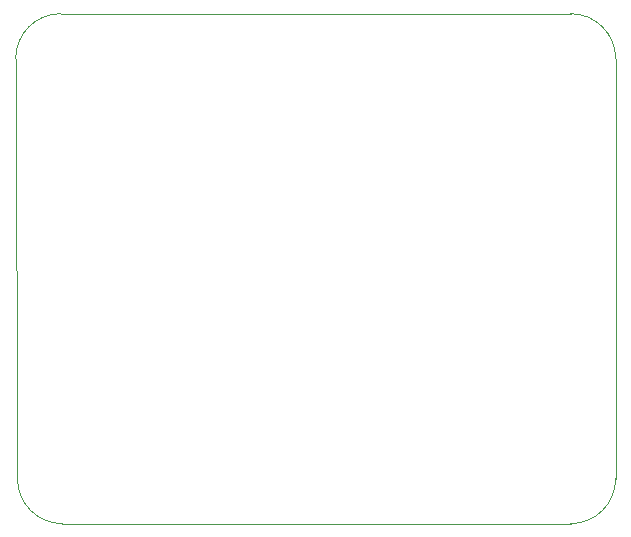
<source format=gm1>
%TF.GenerationSoftware,KiCad,Pcbnew,(6.0.0)*%
%TF.CreationDate,2022-03-13T18:43:21-04:00*%
%TF.ProjectId,Xc9572 breakout,58633935-3732-4206-9272-65616b6f7574,rev?*%
%TF.SameCoordinates,Original*%
%TF.FileFunction,Profile,NP*%
%FSLAX46Y46*%
G04 Gerber Fmt 4.6, Leading zero omitted, Abs format (unit mm)*
G04 Created by KiCad (PCBNEW (6.0.0)) date 2022-03-13 18:43:21*
%MOMM*%
%LPD*%
G01*
G04 APERTURE LIST*
%TA.AperFunction,Profile*%
%ADD10C,0.100000*%
%TD*%
G04 APERTURE END LIST*
D10*
X136525000Y-80010000D02*
X93499077Y-80010000D01*
X140335000Y-40640000D02*
X140335000Y-76200000D01*
X136525000Y-80010000D02*
G75*
G03*
X140335000Y-76200000I1J3809999D01*
G01*
X89689077Y-76200000D02*
G75*
G03*
X93499077Y-80010000I3809999J-1D01*
G01*
X93345000Y-36830000D02*
G75*
G03*
X89535000Y-40640000I-1J-3809999D01*
G01*
X93345000Y-36830000D02*
X136525000Y-36830000D01*
X140335000Y-40640000D02*
G75*
G03*
X136525000Y-36830000I-3809999J1D01*
G01*
X89689077Y-76200000D02*
X89535000Y-40640000D01*
M02*

</source>
